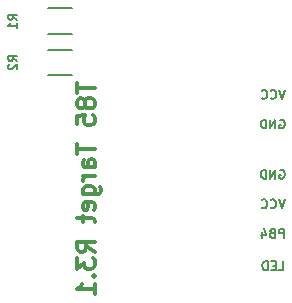
<source format=gbr>
G04 #@! TF.FileFunction,Legend,Bot*
%FSLAX46Y46*%
G04 Gerber Fmt 4.6, Leading zero omitted, Abs format (unit mm)*
G04 Created by KiCad (PCBNEW 4.0.1-stable) date 5/20/2016 3:53:06 PM*
%MOMM*%
G01*
G04 APERTURE LIST*
%ADD10C,0.100000*%
%ADD11C,0.187500*%
%ADD12C,0.300000*%
%ADD13C,0.150000*%
G04 APERTURE END LIST*
D10*
D11*
X149928572Y-119339286D02*
X149928572Y-118589286D01*
X149642857Y-118589286D01*
X149571429Y-118625000D01*
X149535714Y-118660714D01*
X149500000Y-118732143D01*
X149500000Y-118839286D01*
X149535714Y-118910714D01*
X149571429Y-118946429D01*
X149642857Y-118982143D01*
X149928572Y-118982143D01*
X148928572Y-118946429D02*
X148821429Y-118982143D01*
X148785714Y-119017857D01*
X148750000Y-119089286D01*
X148750000Y-119196429D01*
X148785714Y-119267857D01*
X148821429Y-119303571D01*
X148892857Y-119339286D01*
X149178572Y-119339286D01*
X149178572Y-118589286D01*
X148928572Y-118589286D01*
X148857143Y-118625000D01*
X148821429Y-118660714D01*
X148785714Y-118732143D01*
X148785714Y-118803571D01*
X148821429Y-118875000D01*
X148857143Y-118910714D01*
X148928572Y-118946429D01*
X149178572Y-118946429D01*
X148107143Y-118839286D02*
X148107143Y-119339286D01*
X148285714Y-118553571D02*
X148464286Y-119089286D01*
X148000000Y-119089286D01*
D12*
X132428571Y-106250001D02*
X132428571Y-107107144D01*
X133928571Y-106678573D02*
X132428571Y-106678573D01*
X133071429Y-107821430D02*
X133000000Y-107678572D01*
X132928571Y-107607144D01*
X132785714Y-107535715D01*
X132714286Y-107535715D01*
X132571429Y-107607144D01*
X132500000Y-107678572D01*
X132428571Y-107821430D01*
X132428571Y-108107144D01*
X132500000Y-108250001D01*
X132571429Y-108321430D01*
X132714286Y-108392858D01*
X132785714Y-108392858D01*
X132928571Y-108321430D01*
X133000000Y-108250001D01*
X133071429Y-108107144D01*
X133071429Y-107821430D01*
X133142857Y-107678572D01*
X133214286Y-107607144D01*
X133357143Y-107535715D01*
X133642857Y-107535715D01*
X133785714Y-107607144D01*
X133857143Y-107678572D01*
X133928571Y-107821430D01*
X133928571Y-108107144D01*
X133857143Y-108250001D01*
X133785714Y-108321430D01*
X133642857Y-108392858D01*
X133357143Y-108392858D01*
X133214286Y-108321430D01*
X133142857Y-108250001D01*
X133071429Y-108107144D01*
X132428571Y-109750001D02*
X132428571Y-109035715D01*
X133142857Y-108964286D01*
X133071429Y-109035715D01*
X133000000Y-109178572D01*
X133000000Y-109535715D01*
X133071429Y-109678572D01*
X133142857Y-109750001D01*
X133285714Y-109821429D01*
X133642857Y-109821429D01*
X133785714Y-109750001D01*
X133857143Y-109678572D01*
X133928571Y-109535715D01*
X133928571Y-109178572D01*
X133857143Y-109035715D01*
X133785714Y-108964286D01*
X132428571Y-111392857D02*
X132428571Y-112250000D01*
X133928571Y-111821429D02*
X132428571Y-111821429D01*
X133928571Y-113392857D02*
X133142857Y-113392857D01*
X133000000Y-113321428D01*
X132928571Y-113178571D01*
X132928571Y-112892857D01*
X133000000Y-112750000D01*
X133857143Y-113392857D02*
X133928571Y-113250000D01*
X133928571Y-112892857D01*
X133857143Y-112750000D01*
X133714286Y-112678571D01*
X133571429Y-112678571D01*
X133428571Y-112750000D01*
X133357143Y-112892857D01*
X133357143Y-113250000D01*
X133285714Y-113392857D01*
X133928571Y-114107143D02*
X132928571Y-114107143D01*
X133214286Y-114107143D02*
X133071429Y-114178571D01*
X133000000Y-114250000D01*
X132928571Y-114392857D01*
X132928571Y-114535714D01*
X132928571Y-115678571D02*
X134142857Y-115678571D01*
X134285714Y-115607142D01*
X134357143Y-115535714D01*
X134428571Y-115392857D01*
X134428571Y-115178571D01*
X134357143Y-115035714D01*
X133857143Y-115678571D02*
X133928571Y-115535714D01*
X133928571Y-115250000D01*
X133857143Y-115107142D01*
X133785714Y-115035714D01*
X133642857Y-114964285D01*
X133214286Y-114964285D01*
X133071429Y-115035714D01*
X133000000Y-115107142D01*
X132928571Y-115250000D01*
X132928571Y-115535714D01*
X133000000Y-115678571D01*
X133857143Y-116964285D02*
X133928571Y-116821428D01*
X133928571Y-116535714D01*
X133857143Y-116392857D01*
X133714286Y-116321428D01*
X133142857Y-116321428D01*
X133000000Y-116392857D01*
X132928571Y-116535714D01*
X132928571Y-116821428D01*
X133000000Y-116964285D01*
X133142857Y-117035714D01*
X133285714Y-117035714D01*
X133428571Y-116321428D01*
X132928571Y-117464285D02*
X132928571Y-118035714D01*
X132428571Y-117678571D02*
X133714286Y-117678571D01*
X133857143Y-117749999D01*
X133928571Y-117892857D01*
X133928571Y-118035714D01*
X133928571Y-120535714D02*
X133214286Y-120035714D01*
X133928571Y-119678571D02*
X132428571Y-119678571D01*
X132428571Y-120249999D01*
X132500000Y-120392857D01*
X132571429Y-120464285D01*
X132714286Y-120535714D01*
X132928571Y-120535714D01*
X133071429Y-120464285D01*
X133142857Y-120392857D01*
X133214286Y-120249999D01*
X133214286Y-119678571D01*
X132428571Y-121035714D02*
X132428571Y-121964285D01*
X133000000Y-121464285D01*
X133000000Y-121678571D01*
X133071429Y-121821428D01*
X133142857Y-121892857D01*
X133285714Y-121964285D01*
X133642857Y-121964285D01*
X133785714Y-121892857D01*
X133857143Y-121821428D01*
X133928571Y-121678571D01*
X133928571Y-121249999D01*
X133857143Y-121107142D01*
X133785714Y-121035714D01*
X133785714Y-122607142D02*
X133857143Y-122678570D01*
X133928571Y-122607142D01*
X133857143Y-122535713D01*
X133785714Y-122607142D01*
X133928571Y-122607142D01*
X133928571Y-124107142D02*
X133928571Y-123249999D01*
X133928571Y-123678571D02*
X132428571Y-123678571D01*
X132642857Y-123535714D01*
X132785714Y-123392856D01*
X132857143Y-123249999D01*
D11*
X149482143Y-122089286D02*
X149839286Y-122089286D01*
X149839286Y-121339286D01*
X149232143Y-121696429D02*
X148982143Y-121696429D01*
X148875000Y-122089286D02*
X149232143Y-122089286D01*
X149232143Y-121339286D01*
X148875000Y-121339286D01*
X148553572Y-122089286D02*
X148553572Y-121339286D01*
X148375000Y-121339286D01*
X148267857Y-121375000D01*
X148196429Y-121446429D01*
X148160714Y-121517857D01*
X148125000Y-121660714D01*
X148125000Y-121767857D01*
X148160714Y-121910714D01*
X148196429Y-121982143D01*
X148267857Y-122053571D01*
X148375000Y-122089286D01*
X148553572Y-122089286D01*
X149999999Y-116089286D02*
X149749999Y-116839286D01*
X149499999Y-116089286D01*
X148821428Y-116767857D02*
X148857142Y-116803571D01*
X148964285Y-116839286D01*
X149035714Y-116839286D01*
X149142857Y-116803571D01*
X149214285Y-116732143D01*
X149250000Y-116660714D01*
X149285714Y-116517857D01*
X149285714Y-116410714D01*
X149250000Y-116267857D01*
X149214285Y-116196429D01*
X149142857Y-116125000D01*
X149035714Y-116089286D01*
X148964285Y-116089286D01*
X148857142Y-116125000D01*
X148821428Y-116160714D01*
X148071428Y-116767857D02*
X148107142Y-116803571D01*
X148214285Y-116839286D01*
X148285714Y-116839286D01*
X148392857Y-116803571D01*
X148464285Y-116732143D01*
X148500000Y-116660714D01*
X148535714Y-116517857D01*
X148535714Y-116410714D01*
X148500000Y-116267857D01*
X148464285Y-116196429D01*
X148392857Y-116125000D01*
X148285714Y-116089286D01*
X148214285Y-116089286D01*
X148107142Y-116125000D01*
X148071428Y-116160714D01*
X149571428Y-113625000D02*
X149642857Y-113589286D01*
X149750000Y-113589286D01*
X149857143Y-113625000D01*
X149928571Y-113696429D01*
X149964286Y-113767857D01*
X150000000Y-113910714D01*
X150000000Y-114017857D01*
X149964286Y-114160714D01*
X149928571Y-114232143D01*
X149857143Y-114303571D01*
X149750000Y-114339286D01*
X149678571Y-114339286D01*
X149571428Y-114303571D01*
X149535714Y-114267857D01*
X149535714Y-114017857D01*
X149678571Y-114017857D01*
X149214286Y-114339286D02*
X149214286Y-113589286D01*
X148785714Y-114339286D01*
X148785714Y-113589286D01*
X148428572Y-114339286D02*
X148428572Y-113589286D01*
X148250000Y-113589286D01*
X148142857Y-113625000D01*
X148071429Y-113696429D01*
X148035714Y-113767857D01*
X148000000Y-113910714D01*
X148000000Y-114017857D01*
X148035714Y-114160714D01*
X148071429Y-114232143D01*
X148142857Y-114303571D01*
X148250000Y-114339286D01*
X148428572Y-114339286D01*
X149571428Y-109375000D02*
X149642857Y-109339286D01*
X149750000Y-109339286D01*
X149857143Y-109375000D01*
X149928571Y-109446429D01*
X149964286Y-109517857D01*
X150000000Y-109660714D01*
X150000000Y-109767857D01*
X149964286Y-109910714D01*
X149928571Y-109982143D01*
X149857143Y-110053571D01*
X149750000Y-110089286D01*
X149678571Y-110089286D01*
X149571428Y-110053571D01*
X149535714Y-110017857D01*
X149535714Y-109767857D01*
X149678571Y-109767857D01*
X149214286Y-110089286D02*
X149214286Y-109339286D01*
X148785714Y-110089286D01*
X148785714Y-109339286D01*
X148428572Y-110089286D02*
X148428572Y-109339286D01*
X148250000Y-109339286D01*
X148142857Y-109375000D01*
X148071429Y-109446429D01*
X148035714Y-109517857D01*
X148000000Y-109660714D01*
X148000000Y-109767857D01*
X148035714Y-109910714D01*
X148071429Y-109982143D01*
X148142857Y-110053571D01*
X148250000Y-110089286D01*
X148428572Y-110089286D01*
X149999999Y-106839286D02*
X149749999Y-107589286D01*
X149499999Y-106839286D01*
X148821428Y-107517857D02*
X148857142Y-107553571D01*
X148964285Y-107589286D01*
X149035714Y-107589286D01*
X149142857Y-107553571D01*
X149214285Y-107482143D01*
X149250000Y-107410714D01*
X149285714Y-107267857D01*
X149285714Y-107160714D01*
X149250000Y-107017857D01*
X149214285Y-106946429D01*
X149142857Y-106875000D01*
X149035714Y-106839286D01*
X148964285Y-106839286D01*
X148857142Y-106875000D01*
X148821428Y-106910714D01*
X148071428Y-107517857D02*
X148107142Y-107553571D01*
X148214285Y-107589286D01*
X148285714Y-107589286D01*
X148392857Y-107553571D01*
X148464285Y-107482143D01*
X148500000Y-107410714D01*
X148535714Y-107267857D01*
X148535714Y-107160714D01*
X148500000Y-107017857D01*
X148464285Y-106946429D01*
X148392857Y-106875000D01*
X148285714Y-106839286D01*
X148214285Y-106839286D01*
X148107142Y-106875000D01*
X148071428Y-106910714D01*
X127339286Y-100875000D02*
X126982143Y-100625000D01*
X127339286Y-100446428D02*
X126589286Y-100446428D01*
X126589286Y-100732143D01*
X126625000Y-100803571D01*
X126660714Y-100839286D01*
X126732143Y-100875000D01*
X126839286Y-100875000D01*
X126910714Y-100839286D01*
X126946429Y-100803571D01*
X126982143Y-100732143D01*
X126982143Y-100446428D01*
X127339286Y-101589286D02*
X127339286Y-101160714D01*
X127339286Y-101375000D02*
X126589286Y-101375000D01*
X126696429Y-101303571D01*
X126767857Y-101232143D01*
X126803571Y-101160714D01*
X127339286Y-104375000D02*
X126982143Y-104125000D01*
X127339286Y-103946428D02*
X126589286Y-103946428D01*
X126589286Y-104232143D01*
X126625000Y-104303571D01*
X126660714Y-104339286D01*
X126732143Y-104375000D01*
X126839286Y-104375000D01*
X126910714Y-104339286D01*
X126946429Y-104303571D01*
X126982143Y-104232143D01*
X126982143Y-103946428D01*
X126660714Y-104660714D02*
X126625000Y-104696428D01*
X126589286Y-104767857D01*
X126589286Y-104946428D01*
X126625000Y-105017857D01*
X126660714Y-105053571D01*
X126732143Y-105089286D01*
X126803571Y-105089286D01*
X126910714Y-105053571D01*
X127339286Y-104625000D01*
X127339286Y-105089286D01*
D13*
X132000000Y-99925000D02*
X130000000Y-99925000D01*
X130000000Y-102075000D02*
X132000000Y-102075000D01*
X132000000Y-103425000D02*
X130000000Y-103425000D01*
X130000000Y-105575000D02*
X132000000Y-105575000D01*
M02*

</source>
